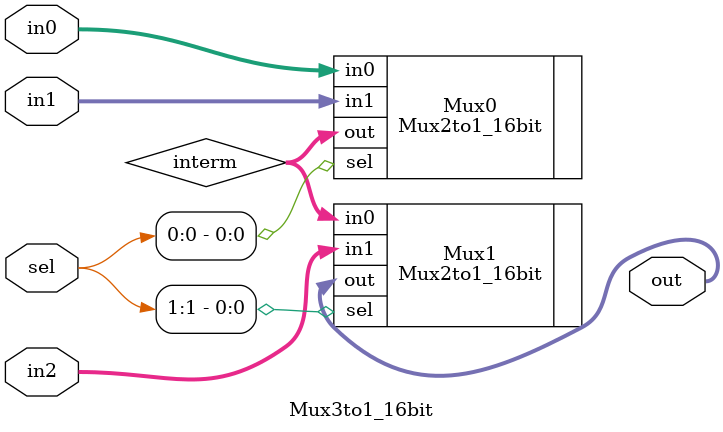
<source format=v>
module Mux3to1_16bit ( out, in0, in1, in2, sel );
  output [15:0] out;
  input  [15:0] in0, in1, in2;
  input  [1:0]  sel;

  wire   [15:0] interm;

  Mux2to1_16bit Mux0(.out(interm), .in0(in0),    .in1(in1), .sel(sel[0])),
                Mux1(.out(out),    .in0(interm), .in1(in2), .sel(sel[1]));

endmodule

</source>
